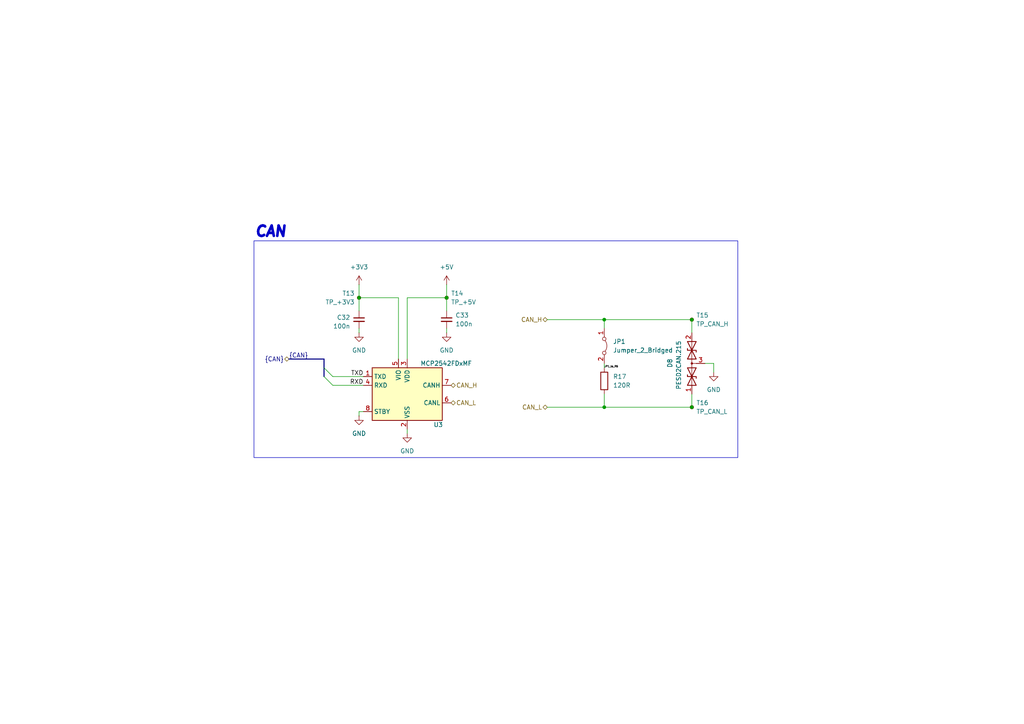
<source format=kicad_sch>
(kicad_sch (version 20250114) (generator "eeschema") (generator_version "9.0")
  (paper "A4")
  (lib_symbols
    (symbol "+5V_1" (power) (pin_numbers (hide yes)) (pin_names (offset 0) (hide yes))
      (property "Value" "+5V" (at 0 3.556 0))
      (symbol "+5V_1_0_1"
        (polyline (pts (xy -0.762 1.27) (xy 0 2.54)))
        (polyline (pts (xy 0 2.54) (xy 0.762 1.27)))
        (polyline (pts (xy 0 0) (xy 0 2.54)))
      )
      (symbol "+5V_1_1_1"
        (pin power_in line (at 0 0 90) (length 0) (name "~") (number "1"))
      )
    )
    (symbol "BMS_LV_2022-rescue:D_TVS_x2_AAC-Device" (pin_names (offset 1.016) (hide yes))
      (property "Reference" "D" (at 0 4.445 0))
      (property "Value" "Device_D_TVS_x2_AAC" (at 0 2.54 0))
      (symbol "D_TVS_x2_AAC-Device_0_0"
        (polyline (pts (xy 0 -1.27) (xy 0 0)))
      )
      (symbol "D_TVS_x2_AAC-Device_0_1"
        (polyline (pts (xy -6.35 1.27) (xy -1.27 -1.27) (xy -1.27 1.27) (xy -6.35 -1.27) (xy -6.35 1.27)) (stroke (width 0.254)))
        (polyline (pts (xy -6.35 0) (xy 6.35 0)))
        (polyline (pts (xy -3.302 1.27) (xy -3.81 1.27) (xy -3.81 -1.27) (xy -4.318 -1.27)) (stroke (width 0.254)))
        (circle (center 0 0) (radius 0.254) (fill (type outline)))
        (polyline (pts (xy 4.318 1.27) (xy 3.81 1.27) (xy 3.81 -1.27) (xy 3.302 -1.27)) (stroke (width 0.254)))
        (polyline (pts (xy 6.35 1.27) (xy 1.27 -1.27) (xy 1.27 1.27) (xy 6.35 -1.27) (xy 6.35 1.27)) (stroke (width 0.254)))
      )
      (symbol "D_TVS_x2_AAC-Device_1_1"
        (pin passive line (at -8.89 0 0) (length 2.54) (name "A1") (number "1"))
        (pin input line (at 0 -3.81 90) (length 2.54) (name "common") (number "3"))
        (pin passive line (at 8.89 0 180) (length 2.54) (name "A2") (number "2"))
      )
    )
    (symbol "Connector:TestPoint_Small" (pin_numbers (hide yes)) (pin_names (offset 0.762) (hide yes))
      (property "Reference" "TP" (at 0 3.81 0))
      (property "Value" "TestPoint_Small" (at 0 2.032 0))
      (symbol "TestPoint_Small_0_1"
        (circle (center 0 0) (radius 0.508))
      )
      (symbol "TestPoint_Small_1_1"
        (pin passive line (at 0 0 90) (length 0) (name "1") (number "1"))
      )
    )
    (symbol "Device:C_Small" (pin_numbers (hide yes)) (pin_names (offset 0.254) (hide yes))
      (property "Reference" "C" (at 0.254 1.778 0))
      (property "Value" "C_Small" (at 0.254 -2.032 0))
      (symbol "C_Small_0_1"
        (polyline (pts (xy -1.524 0.508) (xy 1.524 0.508)) (stroke (width 0.3048)))
        (polyline (pts (xy -1.524 -0.508) (xy 1.524 -0.508)) (stroke (width 0.3302)))
      )
      (symbol "C_Small_1_1"
        (pin passive line (at 0 2.54 270) (length 2.032) (name "~") (number "1"))
        (pin passive line (at 0 -2.54 90) (length 2.032) (name "~") (number "2"))
      )
    )
    (symbol "Device:R" (pin_numbers (hide yes)) (pin_names (offset 0))
      (property "Reference" "R" (at 2.032 0 90))
      (property "Value" "R" (at 0 0 90))
      (symbol "R_0_1"
        (rectangle (start -1.016 -2.54) (end 1.016 2.54) (stroke (width 0.254)))
      )
      (symbol "R_1_1"
        (pin passive line (at 0 3.81 270) (length 1.27) (name "~") (number "1"))
        (pin passive line (at 0 -3.81 90) (length 1.27) (name "~") (number "2"))
      )
    )
    (symbol "GND_1" (power) (pin_numbers (hide yes)) (pin_names (offset 0) (hide yes))
      (property "Value" "GND" (at 0 -3.81 0))
      (symbol "GND_1_0_1"
        (polyline (pts (xy 0 0) (xy 0 -1.27) (xy 1.27 -1.27) (xy 0 -2.54) (xy -1.27 -1.27) (xy 0 -1.27)))
      )
      (symbol "GND_1_1_1"
        (pin power_in line (at 0 0 270) (length 0) (name "~") (number "1"))
      )
    )
    (symbol "Interface_CAN_LIN:MCP2542FDxMF"
      (property "Reference" "U" (at -10.16 8.89 0))
      (property "Value" "MCP2542FDxMF" (at 2.54 8.89 0))
      (symbol "MCP2542FDxMF_0_1"
        (rectangle (start -10.16 7.62) (end 10.16 -7.62) (stroke (width 0.254)) (fill (type background)))
      )
      (symbol "MCP2542FDxMF_1_1"
        (pin input line (at -12.7 5.08 0) (length 2.54) (name "TXD") (number "1"))
        (pin output line (at -12.7 2.54 0) (length 2.54) (name "RXD") (number "4"))
        (pin input line (at -12.7 -5.08 0) (length 2.54) (name "STBY") (number "8"))
        (pin power_in line (at -2.54 10.16 270) (length 2.54) (name "VIO") (number "5"))
        (pin power_in line (at 0 10.16 270) (length 2.54) (name "VDD") (number "3"))
        (pin power_in line (at 0 -10.16 90) (length 2.54) (name "VSS") (number "2"))
        (pin passive line (at 0 -10.16 90) (length 2.54) (hide yes) (name "VSS") (number "9"))
        (pin bidirectional line (at 12.7 2.54 180) (length 2.54) (name "CANH") (number "7"))
        (pin bidirectional line (at 12.7 -2.54 180) (length 2.54) (name "CANL") (number "6"))
      )
    )
    (symbol "Jumper:Jumper_2_Bridged" (pin_names (offset 0) (hide yes))
      (property "Reference" "JP" (at 0 1.905 0))
      (property "Value" "Jumper_2_Bridged" (at 0 -2.54 0))
      (symbol "Jumper_2_Bridged_0_0"
        (circle (center -2.032 0) (radius 0.508))
        (circle (center 2.032 0) (radius 0.508))
      )
      (symbol "Jumper_2_Bridged_0_1"
        (arc (start -1.524 0.254) (mid 0 0.762) (end 1.524 0.254))
      )
      (symbol "Jumper_2_Bridged_1_1"
        (pin passive line (at -5.08 0 0) (length 2.54) (name "A") (number "1"))
        (pin passive line (at 5.08 0 180) (length 2.54) (name "B") (number "2"))
      )
    )
    (symbol "power:+3V3" (power) (pin_numbers (hide yes)) (pin_names (offset 0) (hide yes))
      (property "Value" "+3V3" (at 0 3.556 0))
      (symbol "+3V3_0_1"
        (polyline (pts (xy -0.762 1.27) (xy 0 2.54)))
        (polyline (pts (xy 0 2.54) (xy 0.762 1.27)))
        (polyline (pts (xy 0 0) (xy 0 2.54)))
      )
      (symbol "+3V3_1_1"
        (pin power_in line (at 0 0 90) (length 0) (name "~") (number "1"))
      )
    )
  )
  (rectangle (start 73.66 69.85) (end 213.995 132.715))
  (text "CAN" (at 73.66 67.31 0) (effects (font (size 3 3) (thickness 2) (bold yes) (italic yes)) (justify left)))
  (junction (at 129.54 86.36))
  (junction (at 104.14 86.36))
  (junction (at 175.26 92.71))
  (junction (at 200.66 92.71))
  (junction (at 200.66 118.11))
  (junction (at 175.26 118.11))
  (bus_entry (at 96.52 109.22) (size -2.54 -2.54))
  (bus_entry (at 96.52 111.76) (size -2.54 -2.54))
  (wire (pts (xy 104.14 82.55) (xy 104.14 86.36)))
  (wire (pts (xy 175.26 105.41) (xy 175.26 106.68)))
  (bus (pts (xy 93.98 106.68) (xy 93.98 109.22)))
  (wire (pts (xy 158.75 118.11) (xy 175.26 118.11)))
  (wire (pts (xy 175.26 92.71) (xy 200.66 92.71)))
  (wire (pts (xy 175.26 92.71) (xy 175.26 95.25)))
  (wire (pts (xy 104.14 86.36) (xy 115.57 86.36)))
  (wire (pts (xy 129.54 82.55) (xy 129.54 86.36)))
  (wire (pts (xy 175.26 118.11) (xy 200.66 118.11)))
  (wire (pts (xy 207.01 105.41) (xy 204.47 105.41)))
  (wire (pts (xy 200.66 92.71) (xy 200.66 96.52)))
  (wire (pts (xy 118.11 86.36) (xy 129.54 86.36)))
  (wire (pts (xy 104.14 95.25) (xy 104.14 96.52)))
  (wire (pts (xy 104.14 90.17) (xy 104.14 86.36)))
  (wire (pts (xy 129.54 96.52) (xy 129.54 95.25)))
  (wire (pts (xy 200.66 114.3) (xy 200.66 118.11)))
  (wire (pts (xy 96.52 109.22) (xy 105.41 109.22)))
  (wire (pts (xy 118.11 124.46) (xy 118.11 125.73)))
  (wire (pts (xy 104.14 119.38) (xy 105.41 119.38)))
  (wire (pts (xy 175.26 114.3) (xy 175.26 118.11)))
  (wire (pts (xy 96.52 111.76) (xy 105.41 111.76)))
  (wire (pts (xy 129.54 86.36) (xy 129.54 90.17)))
  (bus (pts (xy 93.98 104.14) (xy 83.82 104.14)))
  (wire (pts (xy 115.57 86.36) (xy 115.57 104.14)))
  (wire (pts (xy 207.01 107.95) (xy 207.01 105.41)))
  (wire (pts (xy 118.11 86.36) (xy 118.11 104.14)))
  (bus (pts (xy 93.98 104.14) (xy 93.98 106.68)))
  (wire (pts (xy 104.14 120.65) (xy 104.14 119.38)))
  (wire (pts (xy 158.75 92.71) (xy 175.26 92.71)))
  (label "RXD" (at 105.41 111.76 180))
  (label "JP1_to_R6" (at 175.26 106.68 0) (effects (font (size 0.508 0.508))))
  (label "TXD" (at 105.41 109.22 180))
  (label "{CAN}" (at 83.82 104.14 0))
  (hierarchical_label "CAN_L" (shape bidirectional) (at 130.81 116.84 0))
  (hierarchical_label "{CAN}" (shape bidirectional) (at 83.82 104.14 180))
  (hierarchical_label "CAN_H" (shape bidirectional) (at 130.81 111.76 0))
  (hierarchical_label "CAN_L" (shape bidirectional) (at 158.75 118.11 180))
  (hierarchical_label "CAN_H" (shape bidirectional) (at 158.75 92.71 180))
  (symbol (lib_name "GND_1") (lib_id "power:GND") (at 104.14 120.65 0) (unit 1)
    (property "Reference" "#PWR037" (effects (hide yes)))
    (property "Value" "GND" (at 104.14 125.73 0))
    (property "Description" "Power symbol creates a global label with name \"GND\" , ground" (effects (hide yes)))
  )
  (symbol (lib_id "Device:R") (at 175.26 110.49 0) (unit 1)
    (property "Reference" "R17" (at 177.8 109.2199 0) (effects (justify left)))
    (property "Value" "120R" (at 177.8 111.7599 0) (effects (justify left)))
    (property "Footprint" "Resistor_SMD:R_0603_1608Metric_Pad0.98x0.95mm_HandSolder" (effects (hide yes)))
    (property "Datasheet" "https://www.rohm.com/datasheet?p=SFR03EZPJ&dist=Mouser&media=referral&source=mouser.com&campaign=Mouser" (effects (hide yes)))
    (property "m" "RK73H1JTTD1200F" (effects (hide yes)))
    (property "Mouser Price/Stock" "https://www.mouser.pl/ProductDetail/ROHM-Semiconductor/SFR03EZPJ121?qs=sGAEpiMZZMtlubZbdhIBIONtIqra%2FA5Y7zXrig9MQT8%3D" (effects (hide yes)))
  )
  (symbol (lib_id "power:+3V3") (at 104.14 82.55 0) (unit 1)
    (property "Reference" "#PWR035" (effects (hide yes)))
    (property "Value" "+3V3" (at 104.14 77.47 0))
    (property "Description" "Power symbol creates a global label with name \"+3V3\"" (effects (hide yes)))
  )
  (symbol (lib_name "GND_1") (lib_id "power:GND") (at 118.11 125.73 0) (unit 1)
    (property "Reference" "#PWR038" (effects (hide yes)))
    (property "Value" "GND" (at 118.11 130.81 0))
    (property "Description" "Power symbol creates a global label with name \"GND\" , ground" (effects (hide yes)))
  )
  (symbol (lib_id "Connector:TestPoint_Small") (at 200.66 118.11 0) (unit 1)
    (property "Reference" "T16" (at 201.93 116.8399 0) (effects (justify left)))
    (property "Value" "TP_CAN_L" (at 201.93 119.3799 0) (effects (justify left)))
    (property "Footprint" "TestPoint:TestPoint_Pad_1.0x1.0mm" (effects (hide yes)))
    (property "Description" "test point" (effects (hide yes)))
  )
  (symbol (lib_id "Connector:TestPoint_Small") (at 104.14 86.36 0) (mirror x) (unit 1)
    (property "Reference" "T13" (at 102.87 85.0899 0) (effects (justify right)))
    (property "Value" "TP_+3V3" (at 102.87 87.6299 0) (effects (justify right)))
    (property "Footprint" "TestPoint:TestPoint_Pad_1.0x1.0mm" (effects (hide yes)))
    (property "Description" "test point" (effects (hide yes)))
  )
  (symbol (lib_id "Jumper:Jumper_2_Bridged") (at 175.26 100.33 270) (unit 1)
    (property "Reference" "JP1" (at 177.8 99.06 90) (effects (justify left)))
    (property "Value" "Jumper_2_Bridged" (at 177.8 101.6 90) (effects (justify left)))
    (property "Footprint" "Connector_PinHeader_2.54mm:PinHeader_1x02_P2.54mm_Vertical" (effects (hide yes)))
  )
  (symbol (lib_name "GND_1") (lib_id "power:GND") (at 129.54 96.52 0) (unit 1)
    (property "Reference" "#PWR040" (effects (hide yes)))
    (property "Value" "GND" (at 129.54 101.6 0))
    (property "Description" "Power symbol creates a global label with name \"GND\" , ground" (effects (hide yes)))
  )
  (symbol (lib_id "Device:C_Small") (at 104.14 92.71 0) (mirror y) (unit 1)
    (property "Reference" "C32" (at 101.6 92.0813 0) (effects (justify left)))
    (property "Value" "100n" (at 101.6 94.6213 0) (effects (justify left)))
    (property "Footprint" "Capacitor_SMD:C_0603_1608Metric_Pad1.08x0.95mm_HandSolder" (effects (hide yes)))
    (property "Datasheet" "https://www.mouser.pl/datasheet/2/281/1/GRM033R6YA104ME14_01A-1982036.pdf" (effects (hide yes)))
    (property "Mouser Price/Stock" "https://www.mouser.pl/ProductDetail/Murata-Electronics/GRM033R6YA104ME14D?qs=P%2FC4Eoq9CDwjSVlAMBrT%252Bw%3D%3D" (effects (hide yes)))
  )
  (symbol (lib_id "Connector:TestPoint_Small") (at 129.54 86.36 180) (unit 1)
    (property "Reference" "T14" (at 130.81 85.0899 0) (effects (justify right)))
    (property "Value" "TP_+5V" (at 130.81 87.6299 0) (effects (justify right)))
    (property "Footprint" "TestPoint:TestPoint_Pad_1.0x1.0mm" (effects (hide yes)))
    (property "Description" "test point" (effects (hide yes)))
  )
  (symbol (lib_id "Interface_CAN_LIN:MCP2542FDxMF") (at 118.11 114.3 0) (unit 1)
    (property "Reference" "U3" (at 125.73 123.19 0) (effects (justify left)))
    (property "Value" "MCP2542FDxMF" (at 121.92 105.41 0) (effects (justify left)))
    (property "Footprint" "Package_DFN_QFN:DFN-8-1EP_3x3mm_P0.65mm_EP1.55x2.4mm" (effects (hide yes)))
    (property "Datasheet" "http://ww1.microchip.com/downloads/en/DeviceDoc/MCP2542FD-4FD-MCP2542WFD-4WFD-Data-Sheet20005514B.pdf" (effects (hide yes)))
    (property "Mouser Price/Stock" "https://www.mouser.pl/ProductDetail/Microchip-Technology/MCP2542FDT-H-MF?qs=qdgZG5p0FZ4SFwsOvrAdQg%3D%3D" (effects (hide yes)))
  )
  (symbol (lib_id "Connector:TestPoint_Small") (at 200.66 92.71 0) (unit 1)
    (property "Reference" "T15" (at 201.93 91.4399 0) (effects (justify left)))
    (property "Value" "TP_CAN_H" (at 201.93 93.9799 0) (effects (justify left)))
    (property "Footprint" "TestPoint:TestPoint_Pad_1.0x1.0mm" (effects (hide yes)))
    (property "Description" "test point" (effects (hide yes)))
  )
  (symbol (lib_id "BMS_LV_2022-rescue:D_TVS_x2_AAC-Device") (at 200.66 105.41 90) (unit 1)
    (property "Reference" "D8" (at 194.31 106.68 0) (effects (justify left)))
    (property "Value" "PESD2CAN.215" (at 196.85 113.03 0) (effects (justify left)))
    (property "Footprint" "Package_TO_SOT_SMD:SOT-23-3" (effects (hide yes)))
    (property "Datasheet" "https://assets.nexperia.com/documents/data-sheet/PESD2CAN.pdf" (effects (hide yes)))
    (property "Mouser Price/Stock" "https://www.mouser.pl/ProductDetail/Nexperia/PESD2CAN215?qs=LOCUfHb8d9sqg7TaLUP2JQ%3D%3D" (effects (hide yes)))
  )
  (symbol (lib_name "+5V_1") (lib_id "power:+5V") (at 129.54 82.55 0) (unit 1)
    (property "Reference" "#PWR039" (effects (hide yes)))
    (property "Value" "+5V" (at 129.54 77.47 0))
    (property "Description" "Power symbol creates a global label with name \"+5V\"" (effects (hide yes)))
  )
  (symbol (lib_id "Device:C_Small") (at 129.54 92.71 0) (unit 1)
    (property "Reference" "C33" (at 132.08 91.4462 0) (effects (justify left)))
    (property "Value" "100n" (at 132.08 93.9862 0) (effects (justify left)))
    (property "Footprint" "Capacitor_SMD:C_0603_1608Metric_Pad1.08x0.95mm_HandSolder" (effects (hide yes)))
    (property "Datasheet" "https://www.mouser.pl/datasheet/2/281/1/GRM033R6YA104ME14_01A-1982036.pdf" (effects (hide yes)))
    (property "Mouser Price/Stock" "https://www.mouser.pl/ProductDetail/Murata-Electronics/GRM033R6YA104ME14D?qs=P%2FC4Eoq9CDwjSVlAMBrT%252Bw%3D%3D" (effects (hide yes)))
  )
  (symbol (lib_name "GND_1") (lib_id "power:GND") (at 104.14 96.52 0) (unit 1)
    (property "Reference" "#PWR036" (effects (hide yes)))
    (property "Value" "GND" (at 104.14 101.6 0))
    (property "Description" "Power symbol creates a global label with name \"GND\" , ground" (effects (hide yes)))
  )
  (symbol (lib_name "GND_1") (lib_id "power:GND") (at 207.01 107.95 0) (unit 1)
    (property "Reference" "#PWR041" (effects (hide yes)))
    (property "Value" "GND" (at 207.01 113.03 0))
    (property "Description" "Power symbol creates a global label with name \"GND\" , ground" (effects (hide yes)))
  )
)
</source>
